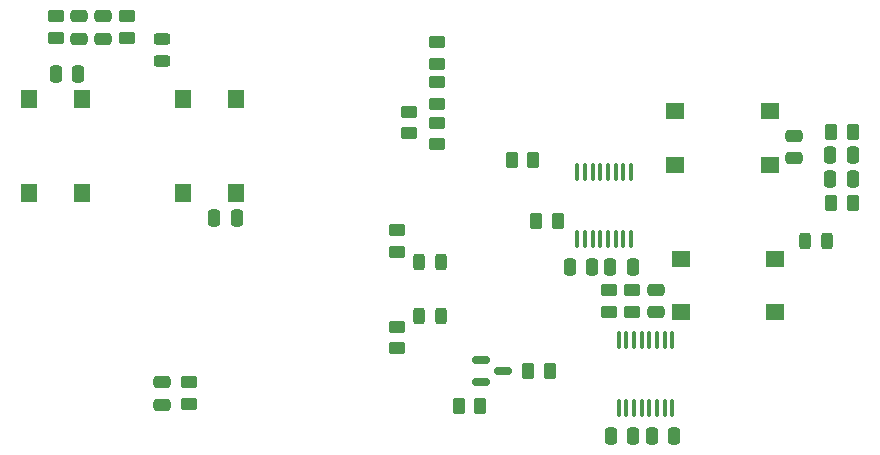
<source format=gbr>
G04 #@! TF.GenerationSoftware,KiCad,Pcbnew,6.0.11+dfsg-1*
G04 #@! TF.CreationDate,2024-10-29T09:23:30+01:00*
G04 #@! TF.ProjectId,kaarten_shieter,6b616172-7465-46e5-9f73-686965746572,rev?*
G04 #@! TF.SameCoordinates,Original*
G04 #@! TF.FileFunction,Paste,Bot*
G04 #@! TF.FilePolarity,Positive*
%FSLAX46Y46*%
G04 Gerber Fmt 4.6, Leading zero omitted, Abs format (unit mm)*
G04 Created by KiCad (PCBNEW 6.0.11+dfsg-1) date 2024-10-29 09:23:30*
%MOMM*%
%LPD*%
G01*
G04 APERTURE LIST*
G04 Aperture macros list*
%AMRoundRect*
0 Rectangle with rounded corners*
0 $1 Rounding radius*
0 $2 $3 $4 $5 $6 $7 $8 $9 X,Y pos of 4 corners*
0 Add a 4 corners polygon primitive as box body*
4,1,4,$2,$3,$4,$5,$6,$7,$8,$9,$2,$3,0*
0 Add four circle primitives for the rounded corners*
1,1,$1+$1,$2,$3*
1,1,$1+$1,$4,$5*
1,1,$1+$1,$6,$7*
1,1,$1+$1,$8,$9*
0 Add four rect primitives between the rounded corners*
20,1,$1+$1,$2,$3,$4,$5,0*
20,1,$1+$1,$4,$5,$6,$7,0*
20,1,$1+$1,$6,$7,$8,$9,0*
20,1,$1+$1,$8,$9,$2,$3,0*%
G04 Aperture macros list end*
%ADD10RoundRect,0.250000X0.250000X0.475000X-0.250000X0.475000X-0.250000X-0.475000X0.250000X-0.475000X0*%
%ADD11RoundRect,0.250000X-0.475000X0.250000X-0.475000X-0.250000X0.475000X-0.250000X0.475000X0.250000X0*%
%ADD12RoundRect,0.250000X0.450000X-0.262500X0.450000X0.262500X-0.450000X0.262500X-0.450000X-0.262500X0*%
%ADD13RoundRect,0.250000X-0.250000X-0.475000X0.250000X-0.475000X0.250000X0.475000X-0.250000X0.475000X0*%
%ADD14RoundRect,0.250000X0.262500X0.450000X-0.262500X0.450000X-0.262500X-0.450000X0.262500X-0.450000X0*%
%ADD15RoundRect,0.250000X-0.450000X0.262500X-0.450000X-0.262500X0.450000X-0.262500X0.450000X0.262500X0*%
%ADD16R,1.400000X1.600000*%
%ADD17R,1.600000X1.400000*%
%ADD18RoundRect,0.250000X-0.262500X-0.450000X0.262500X-0.450000X0.262500X0.450000X-0.262500X0.450000X0*%
%ADD19RoundRect,0.243750X0.456250X-0.243750X0.456250X0.243750X-0.456250X0.243750X-0.456250X-0.243750X0*%
%ADD20RoundRect,0.150000X-0.587500X-0.150000X0.587500X-0.150000X0.587500X0.150000X-0.587500X0.150000X0*%
%ADD21RoundRect,0.243750X0.243750X0.456250X-0.243750X0.456250X-0.243750X-0.456250X0.243750X-0.456250X0*%
%ADD22RoundRect,0.100000X-0.100000X0.637500X-0.100000X-0.637500X0.100000X-0.637500X0.100000X0.637500X0*%
%ADD23RoundRect,0.250000X0.475000X-0.250000X0.475000X0.250000X-0.475000X0.250000X-0.475000X-0.250000X0*%
%ADD24RoundRect,0.243750X-0.243750X-0.456250X0.243750X-0.456250X0.243750X0.456250X-0.243750X0.456250X0*%
G04 APERTURE END LIST*
D10*
X127800000Y-96100000D03*
X125900000Y-96100000D03*
D11*
X116500000Y-79000000D03*
X116500000Y-80900000D03*
D12*
X141400000Y-107100000D03*
X141400000Y-105275000D03*
X123765000Y-111825000D03*
X123765000Y-110000000D03*
D13*
X112500000Y-83900000D03*
X114400000Y-83900000D03*
D12*
X144800000Y-83012500D03*
X144800000Y-81187500D03*
D14*
X148422500Y-112035000D03*
X146597500Y-112035000D03*
D12*
X159300000Y-103997500D03*
X159300000Y-102172500D03*
D15*
X141400000Y-97100000D03*
X141400000Y-98925000D03*
D12*
X144800000Y-86425000D03*
X144800000Y-84600000D03*
D15*
X118500000Y-79000000D03*
X118500000Y-80825000D03*
D10*
X179990000Y-92785000D03*
X178090000Y-92785000D03*
D13*
X162950000Y-114500000D03*
X164850000Y-114500000D03*
D16*
X127750000Y-86000000D03*
X127750000Y-94000000D03*
X123250000Y-94000000D03*
X123250000Y-86000000D03*
D17*
X165430000Y-104050000D03*
X173430000Y-104050000D03*
X173430000Y-99550000D03*
X165430000Y-99550000D03*
D11*
X121500000Y-110000000D03*
X121500000Y-111900000D03*
D10*
X157900000Y-100250000D03*
X156000000Y-100250000D03*
D11*
X174990000Y-89135000D03*
X174990000Y-91035000D03*
D18*
X152517500Y-109035000D03*
X154342500Y-109035000D03*
D19*
X121500000Y-82812500D03*
X121500000Y-80937500D03*
D10*
X161380000Y-114500000D03*
X159480000Y-114500000D03*
D15*
X112500000Y-79000000D03*
X112500000Y-80825000D03*
D14*
X152912500Y-91200000D03*
X151087500Y-91200000D03*
D10*
X179990000Y-90785000D03*
X178090000Y-90785000D03*
D20*
X148492500Y-109985000D03*
X148492500Y-108085000D03*
X150367500Y-109035000D03*
D12*
X161300000Y-103997500D03*
X161300000Y-102172500D03*
D21*
X145100000Y-99800000D03*
X143225000Y-99800000D03*
D12*
X144800000Y-89825000D03*
X144800000Y-88000000D03*
D11*
X114500000Y-79000000D03*
X114500000Y-80900000D03*
D22*
X160155000Y-106437500D03*
X160805000Y-106437500D03*
X161455000Y-106437500D03*
X162105000Y-106437500D03*
X162755000Y-106437500D03*
X163405000Y-106437500D03*
X164055000Y-106437500D03*
X164705000Y-106437500D03*
X164705000Y-112162500D03*
X164055000Y-112162500D03*
X163405000Y-112162500D03*
X162755000Y-112162500D03*
X162105000Y-112162500D03*
X161455000Y-112162500D03*
X160805000Y-112162500D03*
X160155000Y-112162500D03*
D13*
X159450000Y-100250000D03*
X161350000Y-100250000D03*
D12*
X142400000Y-88900000D03*
X142400000Y-87075000D03*
D22*
X156655000Y-92172500D03*
X157305000Y-92172500D03*
X157955000Y-92172500D03*
X158605000Y-92172500D03*
X159255000Y-92172500D03*
X159905000Y-92172500D03*
X160555000Y-92172500D03*
X161205000Y-92172500D03*
X161205000Y-97897500D03*
X160555000Y-97897500D03*
X159905000Y-97897500D03*
X159255000Y-97897500D03*
X158605000Y-97897500D03*
X157955000Y-97897500D03*
X157305000Y-97897500D03*
X156655000Y-97897500D03*
D16*
X114750000Y-94000000D03*
X114750000Y-86000000D03*
X110250000Y-86000000D03*
X110250000Y-94000000D03*
D21*
X145100000Y-104400000D03*
X143225000Y-104400000D03*
D14*
X179990000Y-88800000D03*
X178165000Y-88800000D03*
D23*
X163300000Y-104050000D03*
X163300000Y-102150000D03*
D17*
X172930000Y-91550000D03*
X164930000Y-91550000D03*
X172930000Y-87050000D03*
X164930000Y-87050000D03*
D14*
X155012500Y-96300000D03*
X153187500Y-96300000D03*
D24*
X175930000Y-98035000D03*
X177805000Y-98035000D03*
D14*
X179990000Y-94800000D03*
X178165000Y-94800000D03*
M02*

</source>
